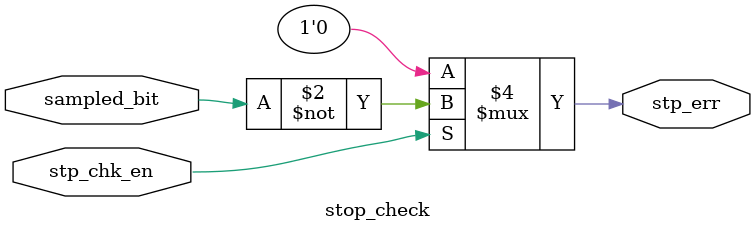
<source format=v>
module stop_check (
	input wire stp_chk_en,
	input wire sampled_bit,
	output reg stp_err
	);


always @(*) begin
	if (stp_chk_en) begin
		stp_err=~sampled_bit;
	end
	else begin
		stp_err=1'b0;
	end
end
endmodule
</source>
